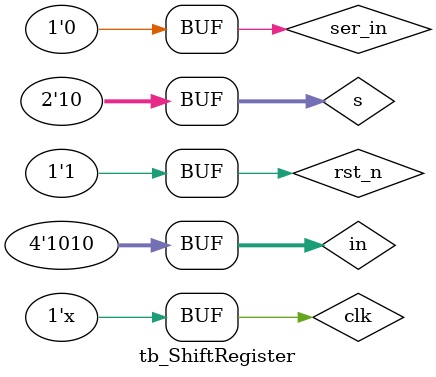
<source format=sv>
module sim;

    initial begin
        $dumpfile("dump.vcd");
        $dumpvars;
        #120
        $finish;
    end

endmodule

module tb_ShiftRegister;

    reg clk, rst_n, ser_in;
    reg [3:0] in;
    reg [1:0] s;
    wire [3:0] q;

    ShiftRegister sr(.in(in), .s(s), .serial_in(ser_in), .clk(clk), .rst_n(rst_n), .q(q));

    always #5 clk = ~clk;

    initial begin
        clk = 1'b0;
        rst_n = 1'b1;
        s = 2'b11;
        in = 4'b1010;
        ser_in = 1'b1;
        #3
        rst_n = 1'b0;
        #10
        rst_n = 1'b1;
        #10
        s = 2'b01;
        #20
        s = 2'b00;
        #10
        s = 2'b10;
        #10
        ser_in = 1'b0;
    end

endmodule

</source>
